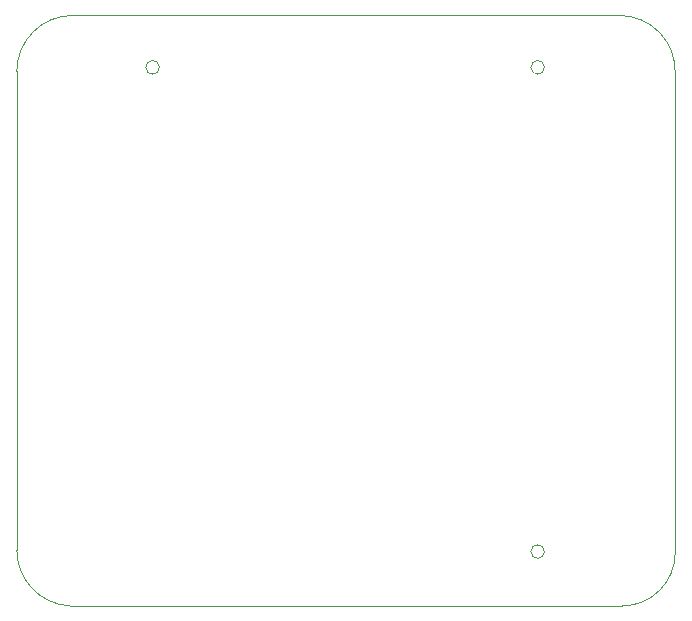
<source format=gbr>
G04 #@! TF.GenerationSoftware,KiCad,Pcbnew,(5.1.6)-1*
G04 #@! TF.CreationDate,2023-08-05T22:02:59+03:00*
G04 #@! TF.ProjectId,STM32F4_REV2,53544d33-3246-4345-9f52-4556322e6b69,rev?*
G04 #@! TF.SameCoordinates,Original*
G04 #@! TF.FileFunction,Profile,NP*
%FSLAX46Y46*%
G04 Gerber Fmt 4.6, Leading zero omitted, Abs format (unit mm)*
G04 Created by KiCad (PCBNEW (5.1.6)-1) date 2023-08-05 22:02:59*
%MOMM*%
%LPD*%
G01*
G04 APERTURE LIST*
G04 #@! TA.AperFunction,Profile*
%ADD10C,0.050000*%
G04 #@! TD*
G04 APERTURE END LIST*
D10*
X151176000Y-99400000D02*
G75*
G03*
X151176000Y-99400000I-576000J0D01*
G01*
X151176000Y-58400000D02*
G75*
G03*
X151176000Y-58400000I-576000J0D01*
G01*
X118576000Y-58400000D02*
G75*
G03*
X118576000Y-58400000I-576000J0D01*
G01*
X106500000Y-58750000D02*
G75*
G02*
X111250000Y-54000000I4750000J0D01*
G01*
X111000018Y-103999659D02*
G75*
G02*
X106500000Y-99250000I249636J4743094D01*
G01*
X162250000Y-99500000D02*
G75*
G02*
X157750000Y-104000000I-4500000J0D01*
G01*
X157499999Y-54000340D02*
G75*
G02*
X162250000Y-59000000I1J-4756233D01*
G01*
X106500000Y-99250000D02*
X106500000Y-58750000D01*
X157750000Y-104000000D02*
X111000000Y-104000000D01*
X162250000Y-59000000D02*
X162250000Y-99500000D01*
X111250000Y-54000000D02*
X157500000Y-54000000D01*
M02*

</source>
